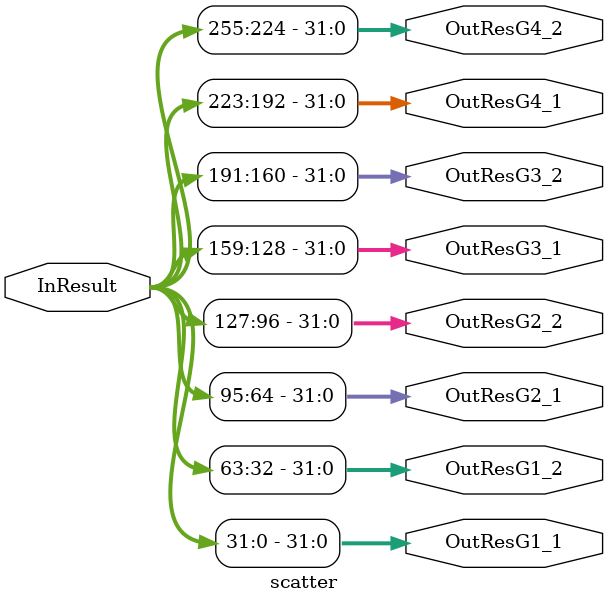
<source format=v>
`timescale 1ns / 1ps


module scatter(
    input [255:0] InResult,
    output [31:0] OutResG1_1,
    output [31:0] OutResG1_2,
    output [31:0] OutResG2_1,
    output [31:0] OutResG2_2,
    output [31:0] OutResG3_1,
    output [31:0] OutResG3_2,
    output [31:0] OutResG4_1,
    output [31:0] OutResG4_2
    );
    wire [31:0] OutResG1_1;
    wire [31:0] OutResG1_2;
    wire [31:0] OutResG2_1;
    wire [31:0] OutResG2_2;
    wire [31:0] OutResG3_1;
    wire [31:0] OutResG3_2;
    wire [31:0] OutResG4_1;
    
    assign OutResG1_1 = InResult[31:0];
    assign OutResG1_2 = InResult[63:32];
    assign OutResG2_1 = InResult[95:64];
    assign OutResG2_2 = InResult[127:96];
    assign OutResG3_1 = InResult[159:128];
    assign OutResG3_2 = InResult[191:160];
    assign OutResG4_1 = InResult[223:192];
    assign OutResG4_2 = InResult[255:224];

endmodule

</source>
